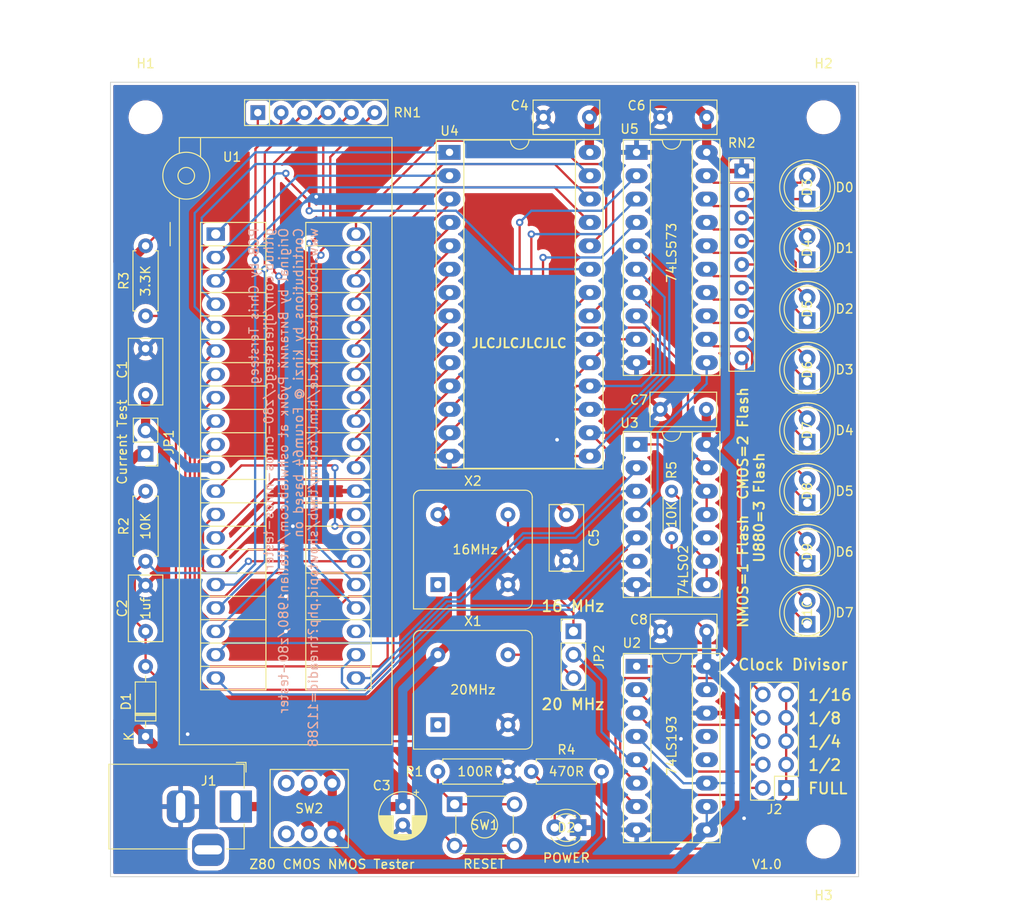
<source format=kicad_pcb>
(kicad_pcb (version 20221018) (generator pcbnew)
  (layers (0 "F.Cu" signal) (31 "B.Cu" signal) (34 "B.Paste" user) (35 "F.Paste" user) (36 "B.SilkS" user "B.Silkscreen") (37 "F.SilkS" user "F.Silkscreen") (38 "B.Mask" user) (39 "F.Mask" user) (44 "Edge.Cuts" user))
  (net 0 "")
  (net 1 "GND")
  (net 2 "Net-(JP1-B)")
  (net 3 "/~{RESET}")
  (net 4 "+5V")
  (net 5 "Net-(D2-A)")
  (net 6 "Net-(D3-K)")
  (net 7 "Net-(D3-A)")
  (net 8 "Net-(D4-K)")
  (net 9 "Net-(D4-A)")
  (net 10 "Net-(D5-K)")
  (net 11 "Net-(D5-A)")
  (net 12 "Net-(D6-K)")
  (net 13 "Net-(D6-A)")
  (net 14 "Net-(D7-K)")
  (net 15 "Net-(D7-A)")
  (net 16 "Net-(D8-K)")
  (net 17 "Net-(D8-A)")
  (net 18 "Net-(D9-K)")
  (net 19 "Net-(D9-A)")
  (net 20 "Net-(D10-K)")
  (net 21 "Net-(D10-A)")
  (net 22 "Net-(SW2A-B)")
  (net 23 "/~{CLK}")
  (net 24 "/F_FULL")
  (net 25 "/F{slash}2")
  (net 26 "/F{slash}4")
  (net 27 "/F{slash}8")
  (net 28 "/F{slash}16")
  (net 29 "Net-(JP2-A)")
  (net 30 "Net-(JP2-B)")
  (net 31 "Net-(R1-Pad2)")
  (net 32 "/~{BUSRQ}")
  (net 33 "/~{HALT}")
  (net 34 "/~{WAIT}")
  (net 35 "/~{INT}")
  (net 36 "/~{NMI}")
  (net 38 "/A11")
  (net 39 "/A12")
  (net 40 "/A13")
  (net 41 "/A14")
  (net 42 "/A15")
  (net 43 "/D4")
  (net 44 "/D3")
  (net 45 "/D5")
  (net 46 "/D6")
  (net 47 "/D2")
  (net 48 "/D7")
  (net 49 "/D0")
  (net 50 "/D1")
  (net 51 "/~{MREQ}")
  (net 52 "/~{IORQ}")
  (net 53 "/~{RD}")
  (net 54 "/~{WR}")
  (net 58 "/A0")
  (net 59 "/A1")
  (net 60 "/A2")
  (net 61 "/A3")
  (net 62 "/A4")
  (net 63 "/A5")
  (net 64 "/A6")
  (net 65 "/A7")
  (net 66 "/A8")
  (net 67 "/A9")
  (net 68 "/A10")
  (net 71 "Net-(U4-~{OE})")
  (net 72 "Net-(U5-Load)")
  (net 75 "Net-(U3-Pad1)")
  (net 77 "Net-(R5-Pad1)")
  (footprint "Capacitor_THT:CP_Radial_D5.0mm_P2.00mm" (layer "F.Cu") (at 140.97 138.43 -90)
    (fp_text reference "C3")
    (fp_text value "100uf")
  )
  (footprint "Oscillator:Oscillator_DIP-8" (layer "F.Cu") (at 144.78 129.54)
    (fp_text reference "X1")
    (fp_text value "20MHz")
  )
  (footprint "MountingHole:MountingHole_3.2mm_M3" (layer "F.Cu") (at 186.69 63.5)
    (fp_text reference "H2")
    (fp_text value "MountingHole")
  )
  (footprint "Package_DIP:DIP-16_W7.62mm_Socket_LongPads" (layer "F.Cu") (at 166.38 123.18)
    (fp_text reference "U2")
    (fp_text value "74LS193")
  )
  (footprint "Package_DIP:DIP-28_W15.24mm_Socket_LongPads" (layer "F.Cu") (at 146.05 67.31)
    (fp_text reference "U4")
    (fp_text value "27C512")
  )
  (footprint "MountingHole:MountingHole_3.2mm_M3" (layer "F.Cu") (at 113.03 63.5)
    (fp_text reference "H1")
    (fp_text value "MountingHole")
  )
  (footprint "Resistor_THT:R_Array_SIP6" (layer "F.Cu") (at 125.222 62.992)
    (fp_text reference "RN1")
    (fp_text value "4.7K")
  )
  (footprint "Resistor_THT:R_Axial_DIN0204_L3.6mm_D1.6mm_P5.08mm_Horizontal" (layer "F.Cu") (at 170.18 104.14 -90)
    (fp_text reference "R5")
    (fp_text value "10K")
  )
  (footprint "Capacitor_THT:C_Rect_L7.0mm_W3.5mm_P5.00mm" (layer "F.Cu") (at 161.25 63.5 180)
    (fp_text reference "C4")
    (fp_text value "100nf")
  )
  (footprint "LED_THT:LED_D5.0mm" (layer "F.Cu") (at 184.912 118.618 90)
    (fp_text reference "D10")
    (fp_text value "D7")
  )
  (footprint "Package_DIP:DIP-20_W7.62mm_Socket_LongPads" (layer "F.Cu") (at 166.37 67.31)
    (fp_text reference "U5")
    (fp_text value "74LS573")
  )
  (footprint "Connector_PinHeader_2.54mm:PinHeader_2x05_P2.54mm_Vertical" (layer "F.Cu") (at 182.626 136.398 180)
    (fp_text reference "J2")
    (fp_text value "Conn_02x05_Odd_Even")
  )
  (footprint "LED_THT:LED_D3.0mm" (layer "F.Cu") (at 160.02 140.716 180)
    (fp_text reference "D2")
    (fp_text value "POWER")
  )
  (footprint "LED_THT:LED_D5.0mm" (layer "F.Cu") (at 184.912 78.994 90)
    (fp_text reference "D4")
    (fp_text value "D1")
  )
  (footprint "Capacitor_THT:C_Rect_L7.0mm_W3.5mm_P5.00mm" (layer "F.Cu") (at 113.03 88.646 -90)
    (fp_text reference "C1")
    (fp_text value "100nf")
  )
  (footprint "Capacitor_THT:C_Rect_L7.0mm_W3.5mm_P5.00mm" (layer "F.Cu") (at 113.03 119.38 90)
    (fp_text reference "C2")
    (fp_text value "1uf")
  )
  (footprint "Socket:3M_Textool_240-1288-00-0602J_2x20_P2.54mm" (layer "F.Cu") (at 120.65 76.2)
    (fp_text reference "U1")
    (fp_text value "Z80CPU")
  )
  (footprint "Connector_PinHeader_2.54mm:PinHeader_1x03_P2.54mm_Vertical" (layer "F.Cu") (at 159.512 119.38)
    (fp_text reference "JP2")
    (fp_text value "16MHz/20MHz")
  )
  (footprint "MountingHole:MountingHole_3.2mm_M3" (layer "F.Cu") (at 186.69 142.24)
    (fp_text reference "H3")
    (fp_text value "MountingHole")
  )
  (footprint "LED_THT:LED_D5.0mm" (layer "F.Cu") (at 184.912 92.207 90)
    (fp_text reference "D6")
    (fp_text value "D3")
  )
  (footprint "LED_THT:LED_D5.0mm" (layer "F.Cu") (at 184.912 105.41 90)
    (fp_text reference "D8")
    (fp_text value "D5")
  )
  (footprint "Resistor_THT:R_Axial_DIN0207_L6.3mm_D2.5mm_P7.62mm_Horizontal" (layer "F.Cu") (at 113.03 111.76 90)
    (fp_text reference "R2")
    (fp_text value "10K")
  )
  (footprint "Capacitor_THT:C_Rect_L7.0mm_W3.5mm_P5.00mm" (layer "F.Cu") (at 173.95 95.25 180)
    (fp_text reference "C7")
    (fp_text value "100nf")
  )
  (footprint "Button_Switch_THT:SW_TH_Tactile_Omron_B3F-10xx" (layer "F.Cu") (at 146.61 138.176)
    (fp_text reference "SW1")
    (fp_text value "RESET")
  )
  (footprint "Oscillator:Oscillator_DIP-8" (layer "F.Cu") (at 144.78 114.3)
    (fp_text reference "X2")
    (fp_text value "16MHz")
  )
  (footprint "Diode_THT:D_DO-35_SOD27_P7.62mm_Horizontal" (layer "F.Cu") (at 113.03 130.81 90)
    (fp_text reference "D1")
    (fp_text value "BAT42")
  )
  (footprint "LED_THT:LED_D5.0mm" (layer "F.Cu") (at 184.912 112.014 90)
    (fp_text reference "D9")
    (fp_text value "D6")
  )
  (footprint "Capacitor_THT:C_Rect_L7.0mm_W3.5mm_P5.00mm" (layer "F.Cu") (at 173.99 119.38 180)
    (fp_text reference "C8")
    (fp_text value "100nf")
  )
  (footprint "LED_THT:LED_D5.0mm" (layer "F.Cu") (at 184.912 72.39 90)
    (fp_text reference "D3")
    (fp_text value "D0")
  )
  (footprint "Connector_BarrelJack:BarrelJack_Horizontal" (layer "F.Cu") (at 122.84 138.43)
    (fp_text reference "J1")
    (fp_text value "Barrel_Jack")
  )
  (footprint "Capacitor_THT:C_Rect_L7.0mm_W3.5mm_P5.00mm" (layer "F.Cu") (at 173.99 63.5 180)
    (fp_text reference "C6")
    (fp_text value "100nf")
  )
  (footprint "LED_THT:LED_D5.0mm" (layer "F.Cu") (at 184.912 98.806 90)
    (fp_text reference "D7")
    (fp_text value "D4")
  )
  (footprint "Connector_PinHeader_2.54mm:PinHeader_1x02_P2.54mm_Vertical" (layer "F.Cu") (at 113.03 100.076 180)
    (fp_text reference "JP1")
    (fp_text value "Current Test")
  )
  (footprint "Capacitor_THT:C_Rect_L7.0mm_W3.5mm_P5.00mm" (layer "F.Cu") (at 158.75 106.72 -90)
    (fp_text reference "C5")
    (fp_text value "100nf")
  )
  (footprint "Tersteeg:KFC8.5x8.5 DPDT Push Switch" (layer "F.Cu") (at 130.81 138.64 90)
    (fp_text reference "SW2")
    (fp_text value "SW_DPDT_x2")
  )
  (footprint "Resistor_THT:R_Array_SIP9" (layer "F.Cu") (at 177.8 69.342 -90)
    (fp_text reference "RN2")
    (fp_text value "1K")
  )
  (footprint "Package_DIP:DIP-14_W7.62mm_Socket_LongPads" (layer "F.Cu") (at 166.37 99.06)
    (fp_text reference "U3")
    (fp_text value "74LS02")
  )
  (footprint "LED_THT:LED_D5.0mm" (layer "F.Cu") (at 184.912 85.603 90)
    (fp_text reference "D5")
    (fp_text value "D2")
  )
  (footprint "Resistor_THT:R_Axial_DIN0207_L6.3mm_D2.5mm_P7.62mm_Horizontal" (layer "F.Cu") (at 154.94 134.62)
    (fp_text reference "R4")
    (fp_text value "470R")
  )
  (footprint "Resistor_THT:R_Axial_DIN0207_L6.3mm_D2.5mm_P7.62mm_Horizontal" (layer "F.Cu") (at 113.03 85.09 90)
    (fp_text reference "R3")
    (fp_text value "3.3K")
  )
  (footprint "Resistor_THT:R_Axial_DIN0207_L6.3mm_D2.5mm_P7.62mm_Horizontal" (layer "F.Cu") (at 152.4 134.62 180)
    (fp_text reference "R1")
    (fp_text value "100R")
  )
  (gr_rect (start 109.22 59.69) (end 190.5 146.05) (stroke (width 0.1)) (fill none) (layer "Edge.Cuts"))
  (gr_text "PCB by Chris Tersteeg\ngithub.com/djtersteegc/z80-cmos-nmos-tester\nOriginal by Виталий Рудик at oshwlab.com/vitalian1980/z80-tester\nContributions by kinzi @ Forum64 based on\nwww.robotrontechnik.de/html/forum/thwb/showtopic.php?threadid=11288\n" (at 131.826 75.438 90) (layer "B.SilkS") (effects (font (size 1 1)) (justify left bottom mirror)))
  (gr_text "1/4" (at 184.912 132.08) (layer "F.SilkS") (effects (font (size 1.2 1.2) (thickness 0.2) bold) (justify left bottom)))
  (gr_text "FULL" (at 184.912 137.16) (layer "F.SilkS") (effects (font (size 1.2 1.2) (thickness 0.2) bold) (justify left bottom)))
  (gr_text "Z80 CMOS NMOS Tester" (at 124.206 145.288) (layer "F.SilkS") (effects (font (size 1 1)) (justify left bottom)))
  (gr_text "1/16" (at 184.912 127) (layer "F.SilkS") (effects (font (size 1.2 1.2) (thickness 0.2) bold) (justify left bottom)))
  (gr_text "1/2" (at 184.912 134.62) (layer "F.SilkS") (effects (font (size 1.2 1.2) (thickness 0.2) bold) (justify left bottom)))
  (gr_text "16 MHz" (at 155.932 117.348) (layer "F.SilkS") (effects (font (size 1.2 1.2) (thickness 0.2) bold) (justify left bottom)))
  (gr_text "20 MHz" (at 155.932 128.016) (layer "F.SilkS") (effects (font (size 1.2 1.2) (thickness 0.2) bold) (justify left bottom)))
  (gr_text "V1.0" (at 178.816 145.288) (layer "F.SilkS") (effects (font (size 1 1)) (justify left bottom)))
  (gr_text "Clock Divisor" (at 177.292 123.698) (layer "F.SilkS") (effects (font (size 1.2 1.2) (thickness 0.2) bold) (justify left bottom)))
  (gr_text "NMOS=1 Flash  CMOS=2 Flash\nU880=3 Flash" (at 180.34 105.918 90) (layer "F.SilkS") (effects (font (size 1.1 1.1) (thickness 0.2)) (justify bottom)))
  (gr_text "JLCJLCJLCJLC" (at 148.336 88.646) (layer "F.SilkS") (effects (font (size 1 1) (thickness 0.2) bold) (justify left bottom)))
  (gr_text "1/8" (at 184.912 129.54) (layer "F.SilkS") (effects (font (size 1.2 1.2) (thickness 0.2) bold) (justify left bottom)))
  (via (at 131.572 72.136) (size 0.8) (drill 0.4) (layers "F.Cu" "B.Cu") (net 1))
  (via (at 178.054 139.7) (size 0.8) (drill 0.4) (layers "F.Cu" "B.Cu") (net 1))
  (via (at 157.734 98.552) (size 0.8) (drill 0.4) (layers "F.Cu" "B.Cu") (net 1))
  (via (at 128.27 115.57) (size 0.8) (drill 0.4) (layers "F.Cu" "B.Cu") (net 1))
  (via (at 117.602 130.556) (size 0.8) (drill 0.4) (layers "F.Cu" "B.Cu") (net 1))
  (via (at 171.196 131.064) (size 0.8) (drill 0.4) (layers "F.Cu" "B.Cu") (net 1))
  (via (at 129.032 107.95) (size 0.8) (drill 0.4) (layers "F.Cu" "B.Cu") (net 1))
  (via (at 128.27 119.38) (size 0.8) (drill 0.4) (layers "F.Cu" "B.Cu") (net 1))
  (segment (start 113.03 93.646) (end 113.03 97.536) (width 1) (layer "F.Cu") (net 2))
  (segment (start 113.03 97.536) (end 113.538 97.536) (width 1) (layer "B.Cu") (net 2))
  (segment (start 117.602 101.6) (end 120.65 101.6) (width 1) (layer "B.Cu") (net 2))
  (segment (start 113.538 97.536) (end 117.602 101.6) (width 1) (layer "B.Cu") (net 2))
  (segment (start 146.61 142.676) (end 153.11 142.676) (width 0.25) (layer "F.Cu") (net 3))
  (segment (start 113.03 119.38) (end 111.855 118.205) (width 0.25) (layer "F.Cu") (net 3))
  (segment (start 144.526 140.592) (end 146.61 142.676) (width 0.25) (layer "F.Cu") (net 3))
  (segment (start 121.92 132.08) (end 138.684 132.08) (width 0.25) (layer "F.Cu") (net 3))
  (segment (start 144.526 137.922) (end 144.526 140.592) (width 0.25) (layer "F.Cu") (net 3))
  (segment (start 111.855 112.935) (end 113.03 111.76) (width 0.25) (layer "F.Cu") (net 3))
  (segment (start 138.684 132.08) (end 144.526 137.922) (width 0.25) (layer "F.Cu") (net 3))
  (segment (start 135.89 111.76) (end 124.206 111.76) (width 0.25) (layer "F.Cu") (net 3))
  (segment (start 113.03 123.19) (end 121.92 132.08) (width 0.25) (layer "F.Cu") (net 3))
  (segment (start 111.855 118.205) (end 111.855 112.935) (width 0.25) (layer "F.Cu") (net 3))
  (segment (start 113.03 119.38) (end 113.03 123.19) (width 0.25) (layer "F.Cu") (net 3))
  (via (at 124.206 111.76) (size 0.8) (drill 0.4) (layers "F.Cu" "B.Cu") (net 3))
  (segment (start 114.3 113.03) (end 122.936 113.03) (width 0.25) (layer "B.Cu") (net 3))
  (segment (start 113.03 111.76) (end 114.3 113.03) (width 0.25) (layer "B.Cu") (net 3))
  (segment (start 122.936 113.03) (end 124.206 111.76) (width 0.25) (layer "B.Cu") (net 3))
  (segment (start 161.25 67.27) (end 161.29 67.31) (width 1) (layer "F.Cu") (net 4))
  (segment (start 112.268 100.076) (end 110.49 101.854) (width 1) (layer "F.Cu") (net 4))
  (segment (start 136.27 138.43) (end 133.31 141.39) (width 1) (layer "F.Cu") (net 4))
  (segment (start 132.187 134.112) (end 116.332 134.112) (width 1) (layer "F.Cu") (net 4))
  (segment (start 133.31 135.89) (end 133.31 135.235) (width 1) (layer "F.Cu") (net 4))
  (segment (start 113.03 104.14) (end 110.49 106.68) (width 0.25) (layer "F.Cu") (net 4))
  (segment (start 170.18 109.22) (end 170.18 115.57) (width 0.25) (layer "F.Cu") (net 4))
  (segment (start 157.186 105.156) (end 158.75 106.72) (width 0.4) (layer "F.Cu") (net 4))
  (segment (start 113.03 130.81) (end 110.49 128.27) (width 1) (layer "F.Cu") (net 4))
  (segment (start 133.31 135.235) (end 132.187 134.112) (width 1) (layer "F.Cu") (net 4))
  (segment (start 125.222 62.992) (end 125.222 65.278) (width 0.25) (layer "F.Cu") (net 4))
  (segment (start 125.222 65.278) (end 113.03 77.47) (width 0.25) (layer "F.Cu") (net 4))
  (segment (start 110.49 107.442) (end 110.49 101.854) (width 1) (layer "F.Cu") (net 4))
  (segment (start 173.99 63.5) (end 172.49 62) (width 1) (layer "F.Cu") (net 4))
  (segment (start 170.18 115.57) (end 173.99 119.38) (width 0.25) (layer "F.Cu") (net 4))
  (segment (start 161.25 63.5) (end 161.25 67.27) (width 1) (layer "F.Cu") (net 4))
  (segment (start 173.99 63.5) (end 173.99 67.31) (width 1) (layer "F.Cu") (net 4))
  (segment (start 162.75 62) (end 161.25 63.5) (width 1) (layer "F.Cu") (net 4))
  (segment (start 144.78 106.68) (end 146.304 105.156) (width 0.4) (layer "F.Cu") (net 4))
  (segment (start 147.32 119.38) (end 147.32 109.22) (width 1) (layer "F.Cu") (net 4))
  (segment (start 140.97 138.43) (end 136.27 138.43) (width 1) (layer "F.Cu") (net 4))
  (segment (start 144.78 121.92) (end 147.32 119.38) (width 1) (layer "F.Cu") (net 4))
  (segment (start 172.49 62) (end 162.75 62) (width 1) (layer "F.Cu") (net 4))
  (segment (start 110.49 128.27) (end 110.49 107.442) (width 1) (layer "F.Cu") (net 4))
  (segment (start 133.31 141.39) (end 133.31 135.89) (width 1) (layer "F.Cu") (net 4))
  (segment (start 173.95 99.02) (end 173.99 99.06) (width 1) (layer "F.Cu") (net 4))
  (segment (start 116.332 134.112) (end 113.03 130.81) (width 1) (layer "F.Cu") (net 4))
  (segment (start 110.49 80.01) (end 113.03 77.47) (width 1) (layer "F.Cu") (net 4))
  (segment (start 146.304 105.156) (end 157.186 105.156) (width 0.4) (layer "F.Cu") (net 4))
  (segment (start 113.03 100.076) (end 112.268 100.076) (width 1) (layer "F.Cu") (net 4))
  (segment (start 147.32 109.22) (end 144.78 106.68) (width 1) (layer "F.Cu") (net 4))
  (segment (start 110.49 101.854) (end 110.49 80.01) (width 1) (layer "F.Cu") (net 4))
  (segment (start 166.38 123.18) (end 174 123.18) (width 0.25) (layer "F.Cu") (net 4))
  (segment (start 173.95 95.25) (end 173.95 99.02) (width 1) (layer "F.Cu") (net 4))
  (segment (start 110.49 106.68) (end 110.49 107.442) (width 0.25) (layer "F.Cu") (net 4))
  (segment (start 176.022 97.79) (end 174.752 99.06) (width 1) (layer "B.Cu") (net 4))
  (segment (start 176.784 121.92) (end 175.524 123.18) (width 1) (layer "B.Cu") (net 4))
  (segment (start 176.52 135.88) (end 176.53 135.89) (width 1) (layer "B.Cu") (net 4))
  (segment (start 176.53 138.43) (end 174 140.96) (width 1) (layer "B.Cu") (net 4))
  (segment (start 173.99 135.89) (end 171.47 135.89) (width 0.25) (layer "B.Cu") (net 4))
  (segment (start 170.29 144.67) (end 159.512 144.67) (width 1) (layer "B.Cu") (net 4))
  (segment (start 175.524 123.18) (end 174 123.18) (width 1) (layer "B.Cu") (net 4))
  (segment (start 173.99 123.17) (end 174 123.18) (width 1) (layer "B.Cu") (net 4))
  (segment (start 140.97 138.43) (end 140.97 125.73) (width 1) (layer "B.Cu") (net 4))
  (segment (start 174.752 99.06) (end 173.99 99.06) (width 1) (layer "B.Cu") (net 4))
  (segment (start 174 140.96) (end 170.29 144.67) (width 1) (layer "B.Cu") (net 4))
  (segment (start 174 123.18) (end 176.53 125.71) (width 1) (layer "B.Cu") (net 4))
  (segment (start 159.512 144.67) (end 136.59 144.67) (width 1) (layer "B.Cu") (net 4))
  (segment (start 173.99 119.38) (end 173.99 123.17) (width 1) (layer "B.Cu") (net 4))
  (segment (start 162.56 134.62) (end 162.56 141.622) (width 0.25) (layer "B.Cu") (net 4))
  (segment (start 176.53 125.71) (end 176.53 135.89) (width 1) (layer "B.Cu") (net 4))
  (segment (start 173.99 99.06) (end 176.784 101.854) (width 1) (layer "B.Cu") (net 4))
  (segment (start 173.99 67.31) (end 176.022 69.342) (width 1) (layer "B.Cu") (net 4))
  (segment (start 174 123.18) (end 174 125.72) (width 0.25) (layer "B.Cu") (net 4))
  (segment (start 136.59 144.67) (end 133.31 141.39) (width 1) (layer "B.Cu") (net 4))
  (segment (start 174 138.42) (end 174 140.96) (width 0.25) (layer "B.Cu") (net 4))
  (segment (start 162.56 141.622) (end 159.512 144.67) (width 0.25) (layer "B.Cu") (net 4))
  (segment (start 176.53 135.89) (end 176.53 138.43) (width 1) (layer "B.Cu") (net 4))
  (segment (start 140.97 125.73) (end 144.78 121.92) (width 1) (layer "B.Cu") (net 4))
  (segment (start 174 135.88) (end 176.52 135.88) (width 0.25) (layer "B.Cu") (net 4))
  (segment (start 171.47 135.89) (end 166.38 130.8) (width 0.25) (layer "B.Cu") (net 4))
  (segment (start 176.022 69.342) (end 176.022 97.79) (width 1) (layer "B.Cu") (net 4))
  (segment (start 174 135.88) (end 173.99 135.89) (width 0.25) (layer "B.Cu") (net 4))
  (segment (start 176.784 101.854) (end 176.784 121.92) (width 1) (layer "B.Cu") (net 4))
  (segment (start 157.48 137.16) (end 157.48 140.716) (width 0.25) (layer "F.Cu") (net 5))
  (segment (start 154.94 134.62) (end 157.48 137.16) (width 0.25) (layer "F.Cu") (net 5))
  (segment (start 178.308 72.39) (end 177.8 71.882) (width 0.25) (layer "F.Cu") (net 6))
  (segment (start 184.912 72.39) (end 178.308 72.39) (width 0.25) (layer "F.Cu") (net 6))
  (segment (start 173.99 69.85) (end 174.752 70.612) (width 0.25) (layer "F.Cu") (net 7))
  (segment (start 174.752 70.612) (end 184.15 70.612) (width 0.25) (layer "F.Cu") (net 7))
  (segment (start 184.15 70.612) (end 184.912 69.85) (width 0.25) (layer "F.Cu") (net 7))
  (segment (start 180.34 74.422) (end 177.8 74.422) (width 0.25) (layer "F.Cu") (net 8))
  (segment (start 184.912 78.994) (end 180.34 74.422) (width 0.25) (layer "F.Cu") (net 8))
  (segment (start 173.99 72.39) (end 174.752 73.152) (width 0.25) (layer "F.Cu") (net 9))
  (segment (start 181.61 73.152) (end 184.912 76.454) (width 0.25) (layer "F.Cu") (net 9))
  (segment (start 174.752 73.152) (end 181.61 73.152) (width 0.25) (layer "F.Cu") (net 9))
  (segment (start 184.912 85.603) (end 183.214 83.905) (width 0.25) (layer "F.Cu") (net 10))
  (segment (start 183.214 80.212812) (end 179.963188 76.962) (width 0.25) (layer "F.Cu") (net 10))
  (segment (start 179.963188 76.962) (end 177.8 76.962) (width 0.25) (layer "F.Cu") (net 10))
  (segment (start 183.214 83.905) (end 183.214 80.212812) (width 0.25) (layer "F.Cu") (net 10))
  (segment (start 174.752 75.692) (end 180.086 75.692) (width 0.25) (layer "F.Cu") (net 11))
  (segment (start 180.086 75.692) (end 183.664 79.27) (width 0.25) (layer "F.Cu") (net 11))
  (segment (start 173.99 74.93) (end 174.752 75.692) (width 0.25) (layer "F.Cu") (net 11))
  (segment (start 183.664 81.815) (end 184.912 83.063) (width 0.25) (layer "F.Cu") (net 11))
  (segment (start 183.664 79.27) (end 183.664 81.815) (width 0.25) (layer "F.Cu") (net 11))
  (segment (start 182.314 89.609) (end 182.314 82.238) (width 0.25) (layer "F.Cu") (net 12))
  (segment (start 184.912 92.207) (end 182.314 89.609) (width 0.25) (layer "F.Cu") (net 12))
  (segment (start 179.578 79.502) (end 177.8 79.502) (width 0.25) (layer "F.Cu") (net 12))
  (segment (start 182.314 82.238) (end 179.578 79.502) (width 0.25) (layer "F.Cu") (net 12))
  (segment (start 179.832 78.232) (end 182.764 81.164) (width 0.25) (layer "F.Cu") (net 13))
  (segment (start 182.764 81.164) (end 182.764 87.519) (width 0.25) (layer "F.Cu") (net 13))
  (segment (start 173.99 77.47) (end 174.752 78.232) (width 0.25) (layer "F.Cu") (net 13))
  (segment (start 182.764 87.519) (end 184.912 89.667) (width 0.25) (layer "F.Cu") (net 13))
  (segment (start 174.752 78.232) (end 179.832 78.232) (width 0.25) (layer "F.Cu") (net 13))
  (segment (start 181.356 83.82) (end 179.578 82.042) (width 0.25) (layer "F.Cu") (net 14))
  (segment (start 179.578 82.042) (end 177.8 82.042) (width 0.25) (layer "F.Cu") (net 14))
  (segment (start 184.912 98.806) (end 181.356 95.25) (width 0.25) (layer "F.Cu") (net 14))
  (segment (start 181.356 95.25) (end 181.356 83.82) (width 0.25) (layer "F.Cu") (net 14))
  (segment (start 173.99 80.01) (end 174.752 80.772) (width 0.25) (layer "F.Cu") (net 15))
  (segment (start 174.752 80.772) (end 179.578 80.772) (width 0.25) (layer "F.Cu") (net 15))
  (segment (start 181.864 93.218) (end 184.912 96.266) (width 0.25) (layer "F.Cu") (net 15))
  (segment (start 181.864 83.058) (end 181.864 93.218) (width 0.25) (layer "F.Cu") (net 15))
  (segment (start 179.578 80.772) (end 181.864 83.058) (width 0.25) (layer "F.Cu") (net 15))
  (segment (start 180.34 85.344) (end 180.34 100.838) (width 0.25) (layer "F.Cu") (net 16))
  (segment (start 177.8 84.582) (end 179.578 84.582) (width 0.25) (layer "F.Cu") (net 16))
  (segment (start 180.34 100.838) (end 184.912 105.41) (width 0.25) (layer "F.Cu") (net 16))
  (segment (start 179.578 84.582) (end 180.34 85.344) (width 0.25) (layer "F.Cu") (net 16))
  (segment (start 174.752 83.312) (end 180.086 83.312) (width 0.25) (layer "F.Cu") (net 17))
  (segment (start 180.848 98.806) (end 184.912 102.87) (width 0.25) (layer "F.Cu") (net 17))
  (segment (start 180.848 84.074) (end 180.848 98.806) (width 0.25) (layer "F.Cu") (net 17))
  (segment (start 173.99 82.55) (end 174.752 83.312) (width 0.25) (layer "F.Cu") (net 17))
  (segment (start 180.086 83.312) (end 180.848 84.074) (width 0.25) (layer "F.Cu") (net 17))
  (segment (start 179.375 88.189) (end 178.308 87.122) (width 0.25) (layer "F.Cu") (net 18))
  (segment (start 178.308 87.122) (end 177.8 87.122) (width 0.25) (layer "F.Cu") (net 18))
  (segment (start 179.375 106.477) (end 179.375 88.189) (width 0.25) (layer "F.Cu") (net 18))
  (segment (start 184.912 112.014) (end 179.375 106.477) (width 0.25) (layer "F.Cu") (net 18))
  (segment (start 174.752 85.852) (end 178.816 85.852) (width 0.25) (layer "F.Cu") (net 19))
  (segment (start 173.99 85.09) (end 174.752 85.852) (width 0.25) (layer "F.Cu") (net 19))
  (segment (start 179.832 104.394) (end 184.912 109.474) (width 0.25) (layer "F.Cu") (net 19))
  (segment (start 179.832 86.868) (end 179.832 104.394) (width 0.25) (layer "F.Cu") (net 19))
  (segment (start 178.816 85.852) (end 179.832 86.868) (width 0.25) (layer "F.Cu") (net 19))
  (segment (start 178.308 90.17) (end 177.8 89.662) (width 0.25) (layer "F.Cu") (net 20))
  (segment (start 184.912 118.618) (end 178.308 112.014) (width 0.25) (layer "F.Cu") (net 20))
  (segment (start 178.308 112.014) (end 178.308 90.17) (width 0.25) (layer "F.Cu") (net 20))
  (segment (start 178.925 110.091) (end 184.912 116.078) (width 0.25) (layer "F.Cu") (net 21))
  (segment (start 174.752 88.392) (end 178.308 88.392) (width 0.25) (layer "F.Cu") (net 21))
  (segment (start 173.99 87.63) (end 174.752 88.392) (width 0.25) (layer "F.Cu") (net 21))
  (segment (start 178.925 89.009) (end 178.925 110.091) (width 0.25) (layer "F.Cu") (net 21))
  (segment (start 178.308 88.392) (end 178.925 89.009) (width 0.25) (layer "F.Cu") (net 21))
  (segment (start 128.69 138.43) (end 128.778 138.43) (width 1) (layer "F.Cu") (net 22))
  (segment (start 130.81 136.398) (end 130.81 135.89) (width 1) (layer "F.Cu") (net 22))
  (segment (start 122.84 138.43) (end 128.69 138.43) (width 1) (layer "F.Cu") (net 22))
  (segment (start 128.778 138.43) (end 130.81 136.398) (width 1) (layer "F.Cu") (net 22))
  (segment (start 130.81 140.55) (end 130.81 141.39) (width 1) (layer "F.Cu") (net 22))
  (segment (start 128.69 138.43) (end 130.81 140.55) (width 1) (layer "F.Cu") (net 22))
  (segment (start 155.194 131.318) (end 123.444 131.318) (width 0.25) (layer "F.Cu") (net 23))
  (segment (start 113.03 85.09) (end 116.84 85.09) (width 0.25) (layer "F.Cu") (net 23))
  (segment (start 182.626 136.398) (end 182.626 137.414) (width 0.25) (layer "F.Cu") (net 23))
  (segment (start 163.576 141.478) (end 163.576 139.7) (width 0.25) (layer "F.Cu") (net 23))
  (segment (start 182.626 137.414) (end 177.038 143.002) (width 0.25) (layer "F.Cu") (net 23))
  (segment (start 116.332 93.218) (end 120.65 88.9) (width 0.25) (layer "F.Cu") (net 23))
  (segment (start 177.038 143.002) (end 165.1 143.002) (width 0.25) (layer "F.Cu") (net 23))
  (segment (start 123.444 131.318) (end 116.332 124.206) (width 0.25) (layer "F.Cu") (net 23))
  (segment (start 165.1 143.002) (end 163.576 141.478) (width 0.25) (layer "F.Cu") (net 23))
  (segment (start 116.332 124.206) (end 116.332 93.218) (width 0.25) (layer "F.Cu") (net 23))
  (segment (start 163.576 139.7) (end 155.194 131.318) (width 0.25) (layer "F.Cu") (net 23))
  (segment (start 182.626 126.238) (end 182.626 136.398) (width 0.25) (layer "F.Cu") (net 23))
  (segment (start 116.84 85.09) (end 120.65 88.9) (width 0.25) (layer "F.Cu") (net 23))
  (segment (start 177.8 137.16) (end 170.2 137.16) (width 0.25) (layer "F.Cu") (net 24))
  (segment (start 178.562 136.398) (end 177.8 137.16) (width 0.25) (layer "F.Cu") (net 24))
  (segment (start 180.086 136.398) (end 178.562 136.398) (width 0.25) (layer "F.Cu") (net 24))
  (segment (start 170.2 137.16) (end 166.38 133.34) (width 0.25) (layer "F.Cu") (net 24))
  (segment (start 165.598 133.34) (end 166.38 133.34) (width 0.25) (layer "B.Cu") (net 24))
  (segment (start 162.56 130.302) (end 165.598 133.34) (width 0.25) (layer "B.Cu") (net 24))
  (segment (start 159.766 121.92) (end 162.56 124.714) (width 0.25) (layer "B.Cu") (net 24))
  (segment (start 162.56 124.714) (end 162.56 130.302) (width 0.25) (layer "B.Cu") (net 24))
  (segment (start 159.512 121.92) (end 159.766 121.92) (width 0.25) (layer "B.Cu") (net 24))
  (segment (start 177.8 134.62) (end 172.74 134.62) (width 0.25) (layer "F.Cu") (net 25))
  (segment (start 178.562 133.858) (end 177.8 134.62) (width 0.25) (layer "F.Cu") (net 25))
  (segment (start 180.086 133.858) (end 178.562 133.858) (width 0.25) (layer "F.Cu") (net 25))
  (segment (start 172.74 134.62) (end 166.38 128.26) (width 0.25) (layer "F.Cu") (net 25))
  (segment (start 170.2 129.54) (end 177.8 129.54) (width 0.25) (layer "F.Cu") (net 26))
  (segment (start 177.8 129.54) (end 179.578 131.318) (width 0.25) (layer "F.Cu") (net 26))
  (segment (start 166.38 125.72) (end 170.2 129.54) (width 0.25) (layer "F.Cu") (net 26))
  (segment (start 179.578 131.318) (end 180.086 131.318) (width 0.25) (layer "F.Cu") (net 26))
  (segment (start 165.1 124.46) (end 175.26 124.46) (width 0.25) (layer "F.Cu") (net 27))
  (segment (start 166.38 135.88) (end 164.592 134.092) (width 0.25) (layer "F.Cu") (net 27))
  (segment (start 164.592 124.968) (end 165.1 124.46) (width 0.25) (layer "F.Cu") (net 27))
  (segment (start 175.26 124.46) (end 179.578 128.778) (width 0.25) (layer "F.Cu") (net 27))
  (segment (start 164.592 134.092) (end 164.592 124.968) (width 0.25) (layer "F.Cu") (net 27))
  (segment (start 179.578 128.778) (end 180.086 128.778) (width 0.25) (layer "F.Cu") (net 27))
  (segment (start 164.084 122.428) (end 164.084 136.124) (width 0.25) (layer "F.Cu") (net 28))
  (segment (start 175.26 121.412) (end 165.1 121.412) (width 0.25) (layer "F.Cu") (net 28))
  (segment (start 164.084 136.124) (end 166.38 138.42) (width 0.25) (layer "F.Cu") (net 28))
  (segment (start 165.1 121.412) (end 164.084 122.428) (width 0.25) (layer "F.Cu") (net 28))
  (segment (start 180.086 126.238) (end 175.26 121.412) (width 0.25) (layer "F.Cu") (net 28))
  (segment (start 159.512 117.348) (end 159.512 119.38) (width 0.25) (layer "F.Cu") (net 29))
  (segment (start 152.4 110.236) (end 159.512 117.348) (width 0.25) (layer "F.Cu") (net 29))
  (segment (start 152.4 106.68) (end 152.4 110.236) (width 0.25) (layer "F.Cu") (net 29))
  (segment (start 152.4 121.92) (end 156.972 121.92) (width 0.25) (layer "F.Cu") (net 30))
  (segment (start 156.972 121.92) (end 159.512 124.46) (width 0.25) (layer "F.Cu") (net 30))
  (segment (start 146.61 138.176) (end 153.11 138.176) (width 0.25) (layer "F.Cu") (net 31))
  (segment (start 144.78 134.62) (end 144.78 136.346) (width 0.25) (layer "F.Cu") (net 31))
  (segment (start 144.78 136.346) (end 146.61 138.176) (width 0.25) (layer "F.Cu") (net 31))
  (segment (start 133.096 67.818) (end 137.922 62.992) (width 0.25) (layer "F.Cu") (net 32))
  (segment (start 133.096 76.977604) (end 133.096 67.818) (width 0.25) (layer "F.Cu") (net 32))
  (segment (start 132.08 77.993604) (end 133.096 76.977604) (width 0.25) (layer "F.Cu") (net 32))
  (segment (start 132.08 78.486) (end 132.08 77.993604) (width 0.25) (layer "F.Cu") (net 32))
  (via (at 132.08 78.486) (size 0.8) (drill 0.4) (layers "F.Cu" "B.Cu") (net 32))
  (segment (start 131.572 109.982) (end 131.572 78.994) (width 0.25) (layer "B.Cu") (net 32))
  (segment (start 135.89 114.3) (end 131.572 109.982) (width 0.25) (layer "B.Cu") (net 32))
  (segment (start 131.572 78.994) (end 132.08 78.486) (width 0.25) (layer "B.Cu") (net 32))
  (segment (start 132.461 62.992) (end 132.842 62.992) (width 0.25) (layer "F.Cu") (net 33))
  (segment (start 127.508 80.772) (end 127 80.264) (width 0.25) (layer "F.Cu") (net 33))
  (segment (start 127 80.264) (end 127 68.453) (width 0.25) (layer "F.Cu") (net 33))
  (segment (start 127 68.453) (end 132.461 62.992) (width 0.25) (layer "F.Cu") (net 33))
  (via (at 127.508 80.772) (size 0.8) (drill 0.4) (layers "F.Cu" "B.Cu") (net 33))
  (segment (start 127.508 112.522) (end 127.508 80.772) (width 0.25) (layer "B.Cu") (net 33))
  (segment (start 120.65 119.38) (end 127.508 112.522) (width 0.25) (layer "B.Cu") (net 33))
  (segment (start 132.334 75.820695) (end 132.334 66.04) (width 0.25) (layer "F.Cu") (net 34))
  (segment (start 130.81 77.216) (end 130.938695 77.216) (width 0.25) (layer "F.Cu") (net 34))
  (segment (start 132.334 66.04) (end 135.382 62.992) (width 0.25) (layer "F.Cu") (net 34))
  (segment (start 130.938695 77.216) (end 132.334 75.820695) (width 0.25) (layer "F.Cu") (net 34))
  (via (at 130.81 77.216) (size 0.8) (drill 0.4) (layers "F.Cu" "B.Cu") (net 34))
  (segment (start 130.81 111.76) (end 130.81 77.216) (width 0.25) (layer "B.Cu") (net 34))
  (segment (start 135.89 116.84) (end 130.81 111.76) (width 0.25) (layer "B.Cu") (net 34))
  (segment (start 127.762 64.12337) (end 127.762 62.992) (width 0.25) (layer "F.Cu") (net 35))
  (segment (start 124.968 66.91737) (end 127.762 64.12337) (width 0.25) (layer "F.Cu") (net 35))
  (segment (start 124.968 78.994) (end 124.968 66.91737) (width 0.25) (layer "F.Cu") (net 35))
  (via (at 124.968 78.994) (size 0.8) (drill 0.4) (layers "F.Cu" "B.Cu") (net 35))
  (segment (start 122.691305 114.3) (end 120.65 114.3) (width 0.25) (layer "B.Cu") (net 35))
  (segment (start 124.968 78.994) (end 124.931 79.031) (width 0.25) (layer "B.Cu") (net 35))
  (segment (start 124.931 79.031) (end 124.931 112.060305) (width 0.25) (layer "B.Cu") (net 35))
  (segment (start 124.931 112.060305) (end 122.691305 114.3) (width 0.25) (layer "B.Cu") (net 35))
  (segment (start 125.984 67.31) (end 130.302 62.992) (width 0.25) (layer "F.Cu") (net 36))
  (segment (start 125.984 80.01) (end 125.984 67.31) (width 0.25) (layer "F.Cu") (net 36))
  (via (at 125.984 80.01) (size 0.8) (drill 0.4) (layers "F.Cu" "B.Cu") (net 36))
  (segment (start 125.984 111.786) (end 125.984 80.01) (width 0.25) (layer "B.Cu") (net 36))
  (segment (start 120.93 116.84) (end 125.984 111.786) (width 0.25) (layer "B.Cu") (net 36))
  (segment (start 120.65 116.84) (end 120.93 116.84) (width 0.25) (layer "B.Cu") (net 36))
  (segment (start 128.27 69.596) (end 128.27 70.104) (width 0.25) (layer "F.Cu") (net 38))
  (segment (start 128.27 70.104) (end 130.81 72.644) (width 0.25) (layer "F.Cu") (net 38))
  (segment (start 130.81 72.644) (end 130.81 73.66) (width 0.25) (layer "F.Cu") (net 38))
  (via (at 128.27 69.596) (size 0.8) (drill 0.4) (layers "F.Cu" "B.Cu") (net 38))
  (via (at 130.81 73.66) (size 0.8) (drill 0.4) (layers "F.Cu" "B.Cu") (net 38))
  (segment (start 146.77099 73.66) (end 130.81 73.66) (width 0.25) (layer "B.Cu") (net 38))
  (segment (start 127.254 69.596) (end 120.65 76.2) (width 0.25) (layer "B.Cu") (net 38))
  (segment (start 161.29 80.01) (end 153.12099 80.01) (width 0.25) (layer "B.Cu") (net 38))
  (segment (start 128.27 69.596) (end 127.254 69.596) (width 0.25) (layer "B.Cu") (net 38))
  (segment (start 153.12099 80.01) (end 146.77099 73.66) (width 0.25) (layer "B.Cu") (net 38))
  (segment (start 120.65 78.74) (end 129.54 69.85) (width 0.25) (layer "B.Cu") (net 39))
  (segment (start 129.54 69.85) (end 146.05 69.85) (width 0.25) (layer "B.Cu") (net 39))
  (segment (start 120.65 81.28) (end 130.81 71.12) (width 0.25) (layer "B.Cu") (net 40))
  (segment (start 160.02 71.12) (end 161.29 72.39) (width 0.25) (layer "B.Cu") (net 40))
  (segment (start 130.81 71.12) (end 160.02 71.12) (width 0.25) (layer "B.Cu") (net 40))
  (segment (start 124.968 68.58) (end 119.126 74.422) (width 0.25) (layer "B.Cu") (net 41))
  (segment (start 119.126 82.296) (end 120.65 83.82) (width 0.25) (layer "B.Cu") (net 41))
  (segment (start 119.126 74.422) (end 119.126 82.296) (width 0.25) (layer "B.Cu") (net 41))
  (segment (start 160.02 68.58) (end 124.968 68.58) (width 0.25) (layer "B.Cu") (net 41))
  (segment (start 161.29 69.85) (end 160.02 68.58) (width 0.25) (layer "B.Cu") (net 41))
  (segment (start 124.968 67.31) (end 146.05 67.31) (width 0.25) (layer "B.Cu") (net 42))
  (segment (start 118.364 73.914) (end 124.968 67.31) (width 0.25) (layer "B.Cu") (net 42))
  (segment (start 120.65 86.36) (end 118.364 84.074) (width 0.25) (layer "B.Cu") (net 42))
  (segment (start 118.364 84.074) (end 118.364 73.914) (width 0.25) (layer "B.Cu") (net 42))
  (segment (start 139.954 108.968792) (end 145.348792 103.574) (width 0.25) (layer "F.Cu") (net 43))
  (segment (start 160.84 103.574) (end 163.068 101.346) (width 0.25) (layer "F.Cu") (net 43))
  (segment (start 117.348 94.742) (end 117.348 123.19) (width 0.25) (layer "F.Cu") (net 43))
  (segment (start 119.888 125.73) (end 136.906 125.73) (width 0.25) (layer "F.Cu") (net 43))
  (segment (start 163.068 101.346) (end 163.068 99.568) (width 0.25) (layer "F.Cu") (net 43))
  (segment (start 117.348 123.19) (end 119.888 125.73) (width 0.25) (layer "F.Cu") (net 43))
  (segment (start 120.65 91.44) (end 117.348 94.742) (width 0.25) (layer "F.Cu") (net 43))
  (segment (start 136.906 125.73) (end 139.954 122.682) (width 0.25) (layer "F.Cu") (net 43))
  (segment (start 145.348792 103.574) (end 160.84 103.574) (width 0.25) (layer "F.Cu") (net 43))
  (segment (start 139.954 122.682) (end 139.954 108.968792) (width 0.25) (layer "F.Cu") (net 43))
  (segment (start 163.068 99.568) (end 161.29 97.79) (width 0.25) (layer "F.Cu") (net 43))
  (segment (start 163.193604 97.79) (end 169.418 91.565604) (width 0.25) (layer "B.Cu") (net 43))
  (segment (start 169.418 91.565604) (end 169.418 83.058) (width 0.25) (layer "B.Cu") (net 43))
  (segment (start 161.29 97.79) (end 163.193604 97.79) (width 0.25) (layer "B.Cu") (net 43))
  (segment (start 169.418 83.058) (end 166.37 80.01) (width 0.25) (layer "B.Cu") (net 43))
  (segment (start 153.798396 100.33) (end 161.29 100.33) (width 0.25) (layer "F.Cu") (net 44))
  (segment (start 120.65 93.98) (end 117.856 96.774) (width 0.25) (layer "F.Cu") (net 44))
  (segment (start 139.33 122.29) (end 139.33 108.956396) (width 0.25) (layer "F.Cu") (net 44))
  (segment (start 119.634 123.19) (end 138.43 123.19) (width 0.25) (layer "F.Cu") (net 44))
  (segment (start 145.162396 103.124) (end 151.004396 103.124) (width 0.25) (layer "F.Cu") (net 44))
  (segment (start 117.856 96.774) (end 117.856 121.412) (width 0.25) (layer "F.Cu") (net 44))
  (segment (start 138.43 123.19) (end 139.33 122.29) (width 0.25) (layer "F.Cu") (net 44))
  (segment (start 151.004396 103.124) (end 153.798396 100.33) (width 0.25) (layer "F.Cu") (net 44))
  (segment (start 139.33 108.956396) (end 145.162396 103.124) (width 0.25) (layer "F.Cu") (net 44))
  (segment (start 117.856 121.412) (end 119.634 123.19) (width 0.25) (layer "F.Cu") (net 44))
  (segment (start 169.926 91.694) (end 169.926 81.026) (width 0.25) (layer "B.Cu") (net 44))
  (segment (start 161.29 100.33) (end 169.926 91.694) (width 0.25) (layer "B.Cu") (net 44))
  (segment (start 169.926 81.026) (end 166.37 77.47) (width 0.25) (layer "B.Cu") (net 44))
  (segment (start 150.876 102.616) (end 158.242 95.25) (width 0.25) (layer "F.Cu") (net 45))
  (segment (start 119.888 118.11) (end 132.588 118.11) (width 0.25) (layer "F.Cu") (net 45))
  (segment (start 158.242 95.25) (end 161.29 95.25) (width 0.25) (layer "F.Cu") (net 45))
  (segment (start 118.364 98.806) (end 118.364 116.586) (width 0.25) (layer "F.Cu") (net 45))
  (segment (start 138.88 113.85) (end 138.88 108.77) (width 0.25) (layer "F.Cu") (net 45))
  (segment (start 132.588 118.11) (end 135.128 115.57) (width 0.25) (layer "F.Cu") (net 45))
  (segment (start 138.88 108.77) (end 145.034 102.616) (width 0.25) (layer "F.Cu") (net 45))
  (segment (start 137.16 115.57) (end 138.88 113.85) (width 0.25) (layer "F.Cu") (net 45))
  (segment (start 118.364 116.586) (end 119.888 118.11) (width 0.25) (layer "F.Cu") (net 45))
  (segment (start 135.128 115.57) (end 137.16 115.57) (width 0.25) (layer "F.Cu") (net 45))
  (segment (start 120.65 96.52) (end 118.364 98.806) (width 0.25) (layer "F.Cu") (net 45))
  (segment (start 145.034 102.616) (end 150.876 102.616) (width 0.25) (layer "F.Cu") (net 45))
  (segment (start 168.91 85.09) (end 166.37 82.55) (width 0.25) (layer "B.Cu") (net 45))
  (segment (start 161.29 95.25) (end 165.097208 95.25) (width 0.25) (layer "B.Cu") (net 45))
  (segment (start 168.91 91.437208) (end 168.91 85.09) (width 0.25) (layer "B.Cu") (net 45))
  (segment (start 165.097208 95.25) (end 168.91 91.437208) (width 0.25) (layer "B.Cu") (net 45))
  (segment (start 138.43 111.76) (end 137.16 113.03) (width 0.25) (layer "F.Cu") (net 46))
  (segment (start 159.84 92.71) (end 150.442 102.108) (width 0.25) (layer "F.Cu") (net 46))
  (segment (start 137.16 113.03) (end 124.206 113.03) (width 0.25) (layer "F.Cu") (net 46))
  (segment (start 150.442 102.108) (end 144.905604 102.108) (width 0.25) (layer "F.Cu") (net 46))
  (segment (start 118.814 100.896) (end 120.65 99.06) (width 0.25) (layer "F.Cu") (net 46))
  (segment (start 161.29 92.71) (end 159.84 92.71) (width 0.25) (layer "F.Cu") (net 46))
  (segment (start 121.666 115.57) (end 119.888 115.57) (width 0.25) (layer "F.Cu") (net 46))
  (segment (start 118.814 114.496) (end 118.814 100.896) (width 0.25) (layer "F.Cu") (net 46))
  (segment (start 124.206 113.03) (end 121.666 115.57) (width 0.25) (layer "F.Cu") (net 46))
  (segment (start 144.905604 102.108) (end 138.43 108.583604) (width 0.25) (layer "F.Cu") (net 46))
  (segment (start 138.43 108.583604) (end 138.43 111.76) (width 0.25) (layer "F.Cu") (net 46))
  (segment (start 119.888 115.57) (end 118.814 114.496) (width 0.25) (layer "F.Cu") (net 46))
  (segment (start 161.29 92.71) (end 166.878 92.71) (width 0.25) (layer "B.Cu") (net 46))
  (segment (start 166.878 92.71) (end 168.46 91.128) (width 0.25) (layer "B.Cu") (net 46))
  (segment (start 168.46 91.128) (end 168.46 87.18) (width 0.25) (layer "B.Cu") (net 46))
  (segment (start 168.46 87.18) (end 166.37 85.09) (width 0.25) (layer "B.Cu") (net 46))
  (segment (start 133.604 101.6) (end 133.35 101.346) (width 0.25) (layer "F.Cu") (net 47))
  (segment (start 123.444 101.346) (end 120.65 104.14) (width 0.25) (layer "F.Cu") (net 47))
  (segment (start 137.668 107.188) (end 137.668 106.659853) (width 0.25) (layer "F.Cu") (net 47))
  (segment (start 156.21 87.63) (end 156.21 78.74) (width 0.25) (layer "F.Cu") (net 47))
  (segment (start 146.05 97.79) (end 156.21 87.63) (width 0.25) (layer "F.Cu") (net 47))
  (segment (start 133.604 107.95) (end 136.906 107.95) (width 0.25) (layer "F.Cu") (net 47))
  (segment (start 137.668 106.659853) (end 146.05 98.277853) (width 0.25) (layer "F.Cu") (net 47))
  (segment (start 136.906 107.95) (end 137.668 107.188) (width 0.25) (layer "F.Cu") (net 47))
  (segment (start 133.35 101.346) (end 123.444 101.346) (width 0.25) (layer "F.Cu") (net 47))
  (segment (start 146.05 98.277853) (end 146.05 97.79) (width 0.25) (layer "F.Cu") (net 47))
  (via (at 133.604 107.95) (size 0.8) (drill 0.4) (layers "F.Cu" "B.Cu") (net 47))
  (via (at 156.21 78.74) (size 0.8) (drill 0.4) (layers "F.Cu" "B.Cu") (net 47))
  (via (at 133.604 101.6) (size 0.8) (drill 0.4) (layers "F.Cu" "B.Cu") (net 47))
  (segment (start 133.604 107.95) (end 133.604 101.6) (width 0.25) (layer "B.Cu") (net 47))
  (segment (start 156.21 78.74) (end 162.56 78.74) (width 0.25) (layer "B.Cu") (net 47))
  (segment (start 162.56 78.74) (end 166.37 74.93) (width 0.25) (layer "B.Cu") (net 47))
  (segment (start 137.16 110.49) (end 124.206 110.49) (width 0.25) (layer "F.Cu") (net 48))
  (segment (start 124.206 110.49) (end 121.666 113.03) (width 0.25) (layer "F.Cu") (net 48))
  (segment (start 121.666 113.03) (end 119.634 113.03) (width 0.25) (layer "F.Cu") (net 48))
  (segment (start 137.922 109.728) (end 137.16 110.49) (width 0.25) (layer "F.Cu") (net 48))
  (segment (start 144.777208 101.6) (end 137.922 108.455208) (width 0.25) (layer "F.Cu") (net 48))
  (segment (start 166.37 87.63) (end 163.83 87.63) (width 0.25) (layer "F.Cu") (net 48))
  (segment (start 119.634 113.03) (end 119.264 112.66) (width 0.25) (layer "F.Cu") (net 48))
  (segment (start 137.922 108.455208) (end 137.922 109.728) (width 0.25) (layer "F.Cu") (net 48))
  (segment (start 149.86 101.6) (end 144.777208 101.6) (width 0.25) (layer "F.Cu") (net 48))
  (segment (start 163.83 87.63) (end 161.29 90.17) (width 0.25) (layer "F.Cu") (net 48))
  (segment (start 119.264 112.66) (end 119.264 108.066) (width 0.25) (layer "F.Cu") (net 48))
  (segment (start 119.264 108.066) (end 120.65 106.68) (width 0.25) (layer "F.Cu") (net 48))
  (segment (start 161.29 90.17) (end 149.86 101.6) (width 0.25) (layer "F.Cu") (net 48))
  (segment (start 137.414 102.87) (end 127 102.87) (width 0.25) (layer "F.Cu") (net 49))
  (segment (start 137.668 102.616) (end 137.414 102.87) (width 0.25) (layer "F.Cu") (net 49))
  (segment (start 153.67 85.09) (end 153.67 74.93) (width 0.25) (layer "F.Cu") (net 49))
  (segment (start 127 102.87) (end 120.65 109.22) (width 0.25) (layer "F.Cu") (net 49))
  (segment (start 137.668 101.579853) (end 137.668 102.616) (width 0.25) (layer "F.Cu") (net 49))
  (segment (start 146.05 92.71) (end 153.67 85.09) (width 0.25) (layer "F.Cu") (net 49))
  (segment (start 146.05 93.197853) (end 137.668 101.579853) (width 0.25) (layer "F.Cu") (net 49))
  (segment (start 146.05 92.71) (end 146.05 93.197853) (width 0.25) (layer "F.Cu") (net 49))
  (via (at 153.67 74.93) (size 0.8) (drill 0.4) (layers "F.Cu" "B.Cu") (net 49))
  (segment (start 154.94 73.66) (end 162.56 73.66) (width 0.25) (layer "B.Cu") (net 49))
  (segment (start 162.56 73.66) (end 166.37 69.85) (width 0.25) (layer "B.Cu") (net 49))
  (segment (start 153.67 74.93) (end 154.94 73.66) (width 0.25) (layer "B.Cu") (net 49))
  (segment (start 146.05 95.25) (end 146.05 95.737853) (width 0.25) (layer "F.Cu") (net 50))
  (segment (start 146.05 95.737853) (end 137.668 104.119853) (width 0.25) (layer "F.Cu") (net 50))
  (segment (start 127 105.41) (end 120.65 111.76) (width 0.25) (layer "F.Cu") (net 50))
  (segment (start 154.94 86.36) (end 154.94 76.2) (width 0.25) (layer "F.Cu") (net 50))
  (segment (start 137.16 105.41) (end 127 105.41) (width 0.25) (layer "F.Cu") (net 50))
  (segment (start 137.668 104.902) (end 137.16 105.41) (width 0.25) (layer "F.Cu") (net 50))
  (segment (start 146.05 95.25) (end 154.94 86.36) (width 0.25) (layer "F.Cu") (net 50))
  (segment (start 137.668 104.119853) (end 137.668 104.902) (width 0.25) (layer "F.Cu") (net 50))
  (via (at 154.94 76.2) (size 0.8) (drill 0.4) (layers "F.Cu" "B.Cu") (net 50))
  (segment (start 154.94 76.2) (end 162.56 76.2) (width 0.25) (layer "B.Cu") (net 50))
  (segment (start 162.56 76.2) (end 166.37 72.39) (width 0.25) (layer "B.Cu") (net 50))
  (segment (start 140.587604 120.65) (end 145.551604 115.686) (width 0.25) (layer "B.Cu") (net 51))
  (segment (start 166.37 101.854) (end 166.37 101.6) (width 0.25) (layer "B.Cu") (net 51))
  (segment (start 147.075604 115.686) (end 154.049604 108.712) (width 0.25) (layer "B.Cu") (net 51))
  (segment (start 120.65 121.92) (end 121.92 120.65) (width 0.25) (layer "B.Cu") (net 51))
  (segment (start 145.551604 115.686) (end 147.075604 115.686) (width 0.25) (layer "B.Cu") (net 51))
  (segment (start 159.512 108.712) (end 166.37 101.854) (width 0.25) (layer "B.Cu") (net 51))
  (segment (start 154.049604 108.712) (end 159.512 108.712) (width 0.25) (layer "B.Cu") (net 51))
  (segment (start 121.92 120.65) (end 140.587604 120.65) (width 0.25) (layer "B.Cu") (net 51))
  (segment (start 159.316 117.036) (end 146.110792 117.036) (width 0.25) (layer "B.Cu") (net 52))
  (segment (start 146.110792 117.036) (end 136.908792 126.238) (width 0.25) (layer "B.Cu") (net 52))
  (segment (start 166.37 111.76) (end 164.592 111.76) (width 0.25) (layer "B.Cu") (net 52))
  (segment (start 122.428 126.238) (end 120.65 124.46) (width 0.25) (layer "B.Cu") (net 52))
  (segment (start 164.592 111.76) (end 159.316 117.036) (width 0.25) (layer "B.Cu") (net 52))
  (segment (start 136.908792 126.238) (end 122.428 126.238) (width 0.25) (layer "B.Cu") (net 52))
  (segment (start 147.262 116.136) (end 145.738 116.136) (width 0.25) (layer "B.Cu") (net 53))
  (segment (start 159.766 109.22) (end 154.178 109.22) (width 0.25) (layer "B.Cu") (net 53))
  (segment (start 166.37 104.14) (end 164.846 104.14) (width 0.25) (layer "B.Cu") (net 53))
  (segment (start 137.414 124.46) (end 135.89 124.46) (width 0.25) (layer "B.Cu") (net 53))
  (segment (start 164.846 104.14) (end 159.766 109.22) (width 0.25) (layer "B.Cu") (net 53))
  (segment (start 154.178 109.22) (end 147.262 116.136) (width 0.25) (layer "B.Cu") (net 53))
  (segment (start 145.738 116.136) (end 137.414 124.46) (width 0.25) (layer "B.Cu") (net 53))
  (segment (start 135.128 125.73) (end 136.780396 125.73) (width 0.25) (layer "B.Cu") (net 54))
  (segment (start 134.366 124.968) (end 135.128 125.73) (width 0.25) (layer "B.Cu") (net 54))
  (segment (start 159.004 116.586) (end 166.37 109.22) (width 0.25) (layer "B.Cu") (net 54))
  (segment (start 136.780396 125.73) (end 145.924396 116.586) (width 0.25) (layer "B.Cu") (net 54))
  (segment (start 145.924396 116.586) (end 159.004 116.586) (width 0.25) (layer "B.Cu") (net 54))
  (segment (start 135.89 121.92) (end 134.366 123.444) (width 0.25) (layer "B.Cu") (net 54))
  (segment (start 134.366 123.444) (end 134.366 124.968) (width 0.25) (layer "B.Cu") (net 54))
  (segment (start 135.89 100.838) (end 146.05 90.678) (width 0.25) (layer "F.Cu") (net 58))
  (segment (start 146.05 90.678) (end 146.05 90.17) (width 0.25) (layer "F.Cu") (net 58))
  (segment (start 135.89 101.6) (end 135.89 100.838) (width 0.25) (layer "F.Cu") (net 58))
  (segment (start 135.89 99.06) (end 135.89 98.33901) (width 0.25) (layer "F.Cu") (net 59))
  (segment (start 135.89 98.33901) (end 146.05 88.17901) (width 0.25) (layer "F.Cu") (net 59))
  (segment (start 146.05 88.17901) (end 146.05 87.63) (width 0.25) (layer "F.Cu") (net 59))
  (segment (start 135.89 95.758) (end 146.05 85.598) (width 0.25) (layer "F.Cu") (net 60))
  (segment (start 146.05 85.598) (end 146.05 85.09) (width 0.25) (layer "F.Cu") (net 60))
  (segment (start 135.89 96.52) (end 135.89 95.758) (width 0.25) (layer "F.Cu") (net 60))
  (segment (start 135.89 93.98) (end 135.89 93.25901) (width 0.25) (layer "F.Cu") (net 61))
  (segment (start 135.89 93.25901) (end 146.05 83.09901) (width 0.25) (layer "F.Cu") (net 61))
  (segment (start 146.05 83.09901) (end 146.05 82.55) (width 0.25) (layer "F.Cu") (net 61))
  (segment (start 146.05 80.55901) (end 146.05 80.01) (width 0.25) (layer "F.Cu") (net 62))
  (segment (start 135.89 91.44) (end 135.89 90.71901) (width 0.25) (layer "F.Cu") (net 62))
  (segment (start 135.89 90.71901) (end 146.05 80.55901) (width 0.25) (layer "F.Cu") (net 62))
  (segment (start 135.89 88.9) (end 135.89 88.17901) (width 0.25) (layer "F.Cu") (net 63))
  (segment (start 146.05 78.01901) (end 146.05 77.47) (width 0.25) (layer "F.Cu") (net 63))
  (segment (start 135.89 88.17901) (end 146.05 78.01901) (width 0.25) (layer "F.Cu") (net 63))
  (segment (start 135.89 86.36) (end 135.89 85.63901) (width 0.25) (layer "F.Cu") (net 64))
  (segment (start 146.05 75.47901) (end 146.05 74.93) (width 0.25) (layer "F.Cu") (net 64))
  (segment (start 135.89 85.63901) (end 146.05 75.47901) (width 0.25) (layer "F.Cu") (net 64))
  (segment (start 135.89 83.09901) (end 146.05 72.93901) (width 0.25) (layer "F.Cu") (net 65))
  (segment (start 146.05 72.93901) (end 146.05 72.39) (width 0.25) (layer "F.Cu") (net 65))
  (segment (start 135.89 83.82) (end 135.89 83.09901) (width 0.25) (layer "F.Cu") (net 65))
  (segment (start 135.89 80.55901) (end 145.32901 71.12) (width 0.25) (layer "F.Cu") (net 66))
  (segment (start 145.32901 71.12) (end 157.48 71.12) (width 0.25) (layer "F.Cu") (net 66))
  (segment (start 135.89 81.28) (end 135.89 80.55901) (width 0.25) (layer "F.Cu") (net 66))
  (segment (start 157.48 71.12) (end 161.29 74.93) (width 0.25) (layer "F.Cu") (net 66))
  (segment (start 135.89 78.74) (end 135.89 78.01901) (width 0.25) (layer "F.Cu") (net 67))
  (segment (start 160.02 71.12) (end 162.56 71.12) (width 0.25) (layer "F.Cu") (net 67))
  (segment (start 163.068 75.692) (end 161.29 77.47) (width 0.25) (layer "F.Cu") (net 67))
  (segment (start 163.068 71.628) (end 163.068 75.692) (width 0.25) (layer "F.Cu") (net 67))
  (segment (start 162.56 71.12) (end 163.068 71.628) (width 0.25) (layer "F.Cu") (net 67))
  (segment (start 135.89 78.01901) (end 145.32901 68.58) (width 0.25) (layer "F.Cu") (net 67))
  (segment (start 145.32901 68.58) (end 157.48 68.58) (width 0.25) (layer "F.Cu") (net 67))
  (segment (start 157.48 68.58) (end 160.02 71.12) (width 0.25) (layer "F.Cu") (net 67))
  (segment (start 160.02 68.58) (end 162.56 68.58) (width 0.25) (layer "F.Cu") (net 68))
  (segment (start 163.83 69.85) (end 163.83 82.55) (width 0.25) (layer "F.Cu") (net 68))
  (segment (start 135.89 74.82) (end 144.67 66.04) (width 0.25) (layer "F.Cu") (net 68))
  (segment (start 163.83 82.55) (end 161.29 85.09) (width 0.25) (layer "F.Cu") (net 68))
  (segment (start 157.48 66.04) (end 160.02 68.58) (width 0.25) (layer "F.Cu") (net 68))
  (segment (start 162.56 68.58) (end 163.83 69.85) (width 0.25) (layer "F.Cu") (net 68))
  (segment (start 144.67 66.04) (end 157.48 66.04) (width 0.25) (layer "F.Cu") (net 68))
  (segment (start 135.89 76.2) (end 135.89 74.82) (width 0.25) (layer "F.Cu") (net 68))
  (segment (start 171.958 99.568) (end 173.99 101.6) (width 0.25) (layer "F.Cu") (net 71))
  (segment (start 159.512 85.852) (end 160.02 86.36) (width 0.25) (layer "F.Cu") (net 71))
  (segment (start 167.386 86.36) (end 171.958 90.932) (width 0.25) (layer "F.Cu") (net 71))
  (segment (start 161.29 82.55) (end 159.512 84.328) (width 0.25) (layer "F.Cu") (net 71))
  (segment (start 160.02 86.36) (end 167.386 86.36) (width 0.25) (layer "F.Cu") (net 71))
  (segment (start 171.958 90.932) (end 171.958 99.568) (width 0.25) (layer "F.Cu") (net 71))
  (segment (start 159.512 84.328) (end 159.512 85.852) (width 0.25) (layer "F.Cu") (net 71))
  (segment (start 168.656 97.79) (end 173.99 92.456) (width 0.25) (layer "B.Cu") (net 72))
  (segment (start 166.37 106.426) (end 168.656 104.14) (width 0.25) (layer "B.Cu") (net 72))
  (segment (start 168.656 104.14) (end 168.656 97.79) (width 0.25) (layer "B.Cu") (net 72))
  (segment (start 166.37 106.68) (end 166.37 106.426) (width 0.25) (layer "B.Cu") (net 72))
  (segment (start 173.99 92.456) (end 173.99 90.17) (width 0.25) (layer "B.Cu") (net 72))
  (segment (start 168.91 99.06) (end 173.99 104.14) (width 0.25) (layer "F.Cu") (net 75))
  (segment (start 166.37 99.06) (end 168.91 99.06) (width 0.25) (layer "F.Cu") (net 75))
  (segment (start 173.99 104.14) (end 173.99 106.68) (width 0.25) (layer "F.Cu") (net 75))
  (segment (start 170.18 104.14) (end 171.704 105.664) (width 0.25) (layer "F.Cu") (net 77))
  (segment (start 173.99 114.3) (end 173.99 111.76) (width 0.25) (layer "F.Cu") (net 77))
  (segment (start 171.704 105.664) (end 171.704 109.474) (width 0.25) (layer "F.Cu") (net 77))
  (segment (start 171.704 109.474) (end 173.99 111.76) (width 0.25) (layer "F.Cu") (net 77))
  (zone (net 1) (net_name "GND") (layers "F&B.Cu") (connect_pads (clearance 0.5)) (min_thickness 0.25) (fill yes (thermal_gap 0.5) (thermal_bridge_width 0.5))
    (polygon (pts (xy 104.14 55.88) (xy 194.31 55.88) (xy 194.31 151.13) (xy 104.14 151.13)))
  )
)
</source>
